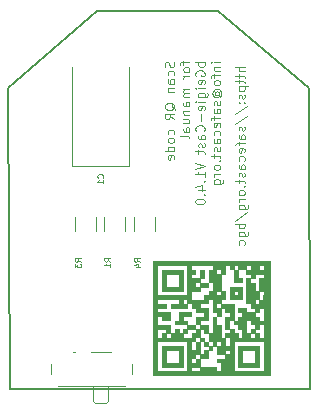
<source format=gbo>
%TF.GenerationSoftware,KiCad,Pcbnew,(5.1.0-1094-g655126d66)*%
%TF.CreationDate,2019-06-26T20:43:34+09:00*%
%TF.ProjectId,xbee,78626565-2e6b-4696-9361-645f70636258,rev?*%
%TF.SameCoordinates,Original*%
%TF.FileFunction,Legend,Bot*%
%TF.FilePolarity,Positive*%
%FSLAX46Y46*%
G04 Gerber Fmt 4.6, Leading zero omitted, Abs format (unit mm)*
G04 Created by KiCad (PCBNEW (5.1.0-1094-g655126d66)) date 2019-06-26 20:43:34*
%MOMM*%
%LPD*%
G04 APERTURE LIST*
%ADD10C,0.100000*%
%ADD11C,0.150000*%
%ADD12C,0.010000*%
%ADD13C,0.120000*%
%ADD14C,0.075000*%
G04 APERTURE END LIST*
D10*
X155761904Y-95005238D02*
X154961904Y-95005238D01*
X155761904Y-95348095D02*
X155342857Y-95348095D01*
X155266666Y-95310000D01*
X155228571Y-95233809D01*
X155228571Y-95119523D01*
X155266666Y-95043333D01*
X155304761Y-95005238D01*
X155228571Y-95614761D02*
X155228571Y-95919523D01*
X154961904Y-95729047D02*
X155647619Y-95729047D01*
X155723809Y-95767142D01*
X155761904Y-95843333D01*
X155761904Y-95919523D01*
X155228571Y-96071904D02*
X155228571Y-96376666D01*
X154961904Y-96186190D02*
X155647619Y-96186190D01*
X155723809Y-96224285D01*
X155761904Y-96300476D01*
X155761904Y-96376666D01*
X155228571Y-96643333D02*
X156028571Y-96643333D01*
X155266666Y-96643333D02*
X155228571Y-96719523D01*
X155228571Y-96871904D01*
X155266666Y-96948095D01*
X155304761Y-96986190D01*
X155380952Y-97024285D01*
X155609523Y-97024285D01*
X155685714Y-96986190D01*
X155723809Y-96948095D01*
X155761904Y-96871904D01*
X155761904Y-96719523D01*
X155723809Y-96643333D01*
X155723809Y-97329047D02*
X155761904Y-97405238D01*
X155761904Y-97557619D01*
X155723809Y-97633809D01*
X155647619Y-97671904D01*
X155609523Y-97671904D01*
X155533333Y-97633809D01*
X155495238Y-97557619D01*
X155495238Y-97443333D01*
X155457142Y-97367142D01*
X155380952Y-97329047D01*
X155342857Y-97329047D01*
X155266666Y-97367142D01*
X155228571Y-97443333D01*
X155228571Y-97557619D01*
X155266666Y-97633809D01*
X155685714Y-98014761D02*
X155723809Y-98052857D01*
X155761904Y-98014761D01*
X155723809Y-97976666D01*
X155685714Y-98014761D01*
X155761904Y-98014761D01*
X155266666Y-98014761D02*
X155304761Y-98052857D01*
X155342857Y-98014761D01*
X155304761Y-97976666D01*
X155266666Y-98014761D01*
X155342857Y-98014761D01*
X154923809Y-98967142D02*
X155952380Y-98281428D01*
X154923809Y-99805238D02*
X155952380Y-99119523D01*
X155723809Y-100033809D02*
X155761904Y-100110000D01*
X155761904Y-100262380D01*
X155723809Y-100338571D01*
X155647619Y-100376666D01*
X155609523Y-100376666D01*
X155533333Y-100338571D01*
X155495238Y-100262380D01*
X155495238Y-100148095D01*
X155457142Y-100071904D01*
X155380952Y-100033809D01*
X155342857Y-100033809D01*
X155266666Y-100071904D01*
X155228571Y-100148095D01*
X155228571Y-100262380D01*
X155266666Y-100338571D01*
X155761904Y-101062380D02*
X155342857Y-101062380D01*
X155266666Y-101024285D01*
X155228571Y-100948095D01*
X155228571Y-100795714D01*
X155266666Y-100719523D01*
X155723809Y-101062380D02*
X155761904Y-100986190D01*
X155761904Y-100795714D01*
X155723809Y-100719523D01*
X155647619Y-100681428D01*
X155571428Y-100681428D01*
X155495238Y-100719523D01*
X155457142Y-100795714D01*
X155457142Y-100986190D01*
X155419047Y-101062380D01*
X155228571Y-101329047D02*
X155228571Y-101633809D01*
X155761904Y-101443333D02*
X155076190Y-101443333D01*
X155000000Y-101481428D01*
X154961904Y-101557619D01*
X154961904Y-101633809D01*
X155723809Y-102205238D02*
X155761904Y-102129047D01*
X155761904Y-101976666D01*
X155723809Y-101900476D01*
X155647619Y-101862380D01*
X155342857Y-101862380D01*
X155266666Y-101900476D01*
X155228571Y-101976666D01*
X155228571Y-102129047D01*
X155266666Y-102205238D01*
X155342857Y-102243333D01*
X155419047Y-102243333D01*
X155495238Y-101862380D01*
X155723809Y-102929047D02*
X155761904Y-102852857D01*
X155761904Y-102700476D01*
X155723809Y-102624285D01*
X155685714Y-102586190D01*
X155609523Y-102548095D01*
X155380952Y-102548095D01*
X155304761Y-102586190D01*
X155266666Y-102624285D01*
X155228571Y-102700476D01*
X155228571Y-102852857D01*
X155266666Y-102929047D01*
X155761904Y-103614761D02*
X155342857Y-103614761D01*
X155266666Y-103576666D01*
X155228571Y-103500476D01*
X155228571Y-103348095D01*
X155266666Y-103271904D01*
X155723809Y-103614761D02*
X155761904Y-103538571D01*
X155761904Y-103348095D01*
X155723809Y-103271904D01*
X155647619Y-103233809D01*
X155571428Y-103233809D01*
X155495238Y-103271904D01*
X155457142Y-103348095D01*
X155457142Y-103538571D01*
X155419047Y-103614761D01*
X155723809Y-103957619D02*
X155761904Y-104033809D01*
X155761904Y-104186190D01*
X155723809Y-104262380D01*
X155647619Y-104300476D01*
X155609523Y-104300476D01*
X155533333Y-104262380D01*
X155495238Y-104186190D01*
X155495238Y-104071904D01*
X155457142Y-103995714D01*
X155380952Y-103957619D01*
X155342857Y-103957619D01*
X155266666Y-103995714D01*
X155228571Y-104071904D01*
X155228571Y-104186190D01*
X155266666Y-104262380D01*
X155228571Y-104529047D02*
X155228571Y-104833809D01*
X154961904Y-104643333D02*
X155647619Y-104643333D01*
X155723809Y-104681428D01*
X155761904Y-104757619D01*
X155761904Y-104833809D01*
X155685714Y-105100476D02*
X155723809Y-105138571D01*
X155761904Y-105100476D01*
X155723809Y-105062380D01*
X155685714Y-105100476D01*
X155761904Y-105100476D01*
X155761904Y-105595714D02*
X155723809Y-105519523D01*
X155685714Y-105481428D01*
X155609523Y-105443333D01*
X155380952Y-105443333D01*
X155304761Y-105481428D01*
X155266666Y-105519523D01*
X155228571Y-105595714D01*
X155228571Y-105710000D01*
X155266666Y-105786190D01*
X155304761Y-105824285D01*
X155380952Y-105862380D01*
X155609523Y-105862380D01*
X155685714Y-105824285D01*
X155723809Y-105786190D01*
X155761904Y-105710000D01*
X155761904Y-105595714D01*
X155761904Y-106205238D02*
X155228571Y-106205238D01*
X155380952Y-106205238D02*
X155304761Y-106243333D01*
X155266666Y-106281428D01*
X155228571Y-106357619D01*
X155228571Y-106433809D01*
X155228571Y-107043333D02*
X155876190Y-107043333D01*
X155952380Y-107005238D01*
X155990476Y-106967142D01*
X156028571Y-106890952D01*
X156028571Y-106776666D01*
X155990476Y-106700476D01*
X155723809Y-107043333D02*
X155761904Y-106967142D01*
X155761904Y-106814761D01*
X155723809Y-106738571D01*
X155685714Y-106700476D01*
X155609523Y-106662380D01*
X155380952Y-106662380D01*
X155304761Y-106700476D01*
X155266666Y-106738571D01*
X155228571Y-106814761D01*
X155228571Y-106967142D01*
X155266666Y-107043333D01*
X154923809Y-107995714D02*
X155952380Y-107310000D01*
X155761904Y-108262380D02*
X154961904Y-108262380D01*
X155266666Y-108262380D02*
X155228571Y-108338571D01*
X155228571Y-108490952D01*
X155266666Y-108567142D01*
X155304761Y-108605238D01*
X155380952Y-108643333D01*
X155609523Y-108643333D01*
X155685714Y-108605238D01*
X155723809Y-108567142D01*
X155761904Y-108490952D01*
X155761904Y-108338571D01*
X155723809Y-108262380D01*
X155228571Y-109329047D02*
X155876190Y-109329047D01*
X155952380Y-109290952D01*
X155990476Y-109252857D01*
X156028571Y-109176666D01*
X156028571Y-109062380D01*
X155990476Y-108986190D01*
X155723809Y-109329047D02*
X155761904Y-109252857D01*
X155761904Y-109100476D01*
X155723809Y-109024285D01*
X155685714Y-108986190D01*
X155609523Y-108948095D01*
X155380952Y-108948095D01*
X155304761Y-108986190D01*
X155266666Y-109024285D01*
X155228571Y-109100476D01*
X155228571Y-109252857D01*
X155266666Y-109329047D01*
X155723809Y-110052857D02*
X155761904Y-109976666D01*
X155761904Y-109824285D01*
X155723809Y-109748095D01*
X155685714Y-109710000D01*
X155609523Y-109671904D01*
X155380952Y-109671904D01*
X155304761Y-109710000D01*
X155266666Y-109748095D01*
X155228571Y-109824285D01*
X155228571Y-109976666D01*
X155266666Y-110052857D01*
X149733809Y-94567380D02*
X149771904Y-94681666D01*
X149771904Y-94872142D01*
X149733809Y-94948333D01*
X149695714Y-94986428D01*
X149619523Y-95024523D01*
X149543333Y-95024523D01*
X149467142Y-94986428D01*
X149429047Y-94948333D01*
X149390952Y-94872142D01*
X149352857Y-94719761D01*
X149314761Y-94643571D01*
X149276666Y-94605476D01*
X149200476Y-94567380D01*
X149124285Y-94567380D01*
X149048095Y-94605476D01*
X149010000Y-94643571D01*
X148971904Y-94719761D01*
X148971904Y-94910238D01*
X149010000Y-95024523D01*
X149733809Y-95710238D02*
X149771904Y-95634047D01*
X149771904Y-95481666D01*
X149733809Y-95405476D01*
X149695714Y-95367380D01*
X149619523Y-95329285D01*
X149390952Y-95329285D01*
X149314761Y-95367380D01*
X149276666Y-95405476D01*
X149238571Y-95481666D01*
X149238571Y-95634047D01*
X149276666Y-95710238D01*
X149771904Y-96395952D02*
X149352857Y-96395952D01*
X149276666Y-96357857D01*
X149238571Y-96281666D01*
X149238571Y-96129285D01*
X149276666Y-96053095D01*
X149733809Y-96395952D02*
X149771904Y-96319761D01*
X149771904Y-96129285D01*
X149733809Y-96053095D01*
X149657619Y-96015000D01*
X149581428Y-96015000D01*
X149505238Y-96053095D01*
X149467142Y-96129285D01*
X149467142Y-96319761D01*
X149429047Y-96395952D01*
X149238571Y-96776904D02*
X149771904Y-96776904D01*
X149314761Y-96776904D02*
X149276666Y-96815000D01*
X149238571Y-96891190D01*
X149238571Y-97005476D01*
X149276666Y-97081666D01*
X149352857Y-97119761D01*
X149771904Y-97119761D01*
X149848095Y-98643571D02*
X149810000Y-98567380D01*
X149733809Y-98491190D01*
X149619523Y-98376904D01*
X149581428Y-98300714D01*
X149581428Y-98224523D01*
X149771904Y-98262619D02*
X149733809Y-98186428D01*
X149657619Y-98110238D01*
X149505238Y-98072142D01*
X149238571Y-98072142D01*
X149086190Y-98110238D01*
X149010000Y-98186428D01*
X148971904Y-98262619D01*
X148971904Y-98415000D01*
X149010000Y-98491190D01*
X149086190Y-98567380D01*
X149238571Y-98605476D01*
X149505238Y-98605476D01*
X149657619Y-98567380D01*
X149733809Y-98491190D01*
X149771904Y-98415000D01*
X149771904Y-98262619D01*
X149771904Y-99405476D02*
X149390952Y-99138809D01*
X149771904Y-98948333D02*
X148971904Y-98948333D01*
X148971904Y-99253095D01*
X149010000Y-99329285D01*
X149048095Y-99367380D01*
X149124285Y-99405476D01*
X149238571Y-99405476D01*
X149314761Y-99367380D01*
X149352857Y-99329285D01*
X149390952Y-99253095D01*
X149390952Y-98948333D01*
X149733809Y-100700714D02*
X149771904Y-100624523D01*
X149771904Y-100472142D01*
X149733809Y-100395952D01*
X149695714Y-100357857D01*
X149619523Y-100319761D01*
X149390952Y-100319761D01*
X149314761Y-100357857D01*
X149276666Y-100395952D01*
X149238571Y-100472142D01*
X149238571Y-100624523D01*
X149276666Y-100700714D01*
X149771904Y-101157857D02*
X149733809Y-101081666D01*
X149695714Y-101043571D01*
X149619523Y-101005476D01*
X149390952Y-101005476D01*
X149314761Y-101043571D01*
X149276666Y-101081666D01*
X149238571Y-101157857D01*
X149238571Y-101272142D01*
X149276666Y-101348333D01*
X149314761Y-101386428D01*
X149390952Y-101424523D01*
X149619523Y-101424523D01*
X149695714Y-101386428D01*
X149733809Y-101348333D01*
X149771904Y-101272142D01*
X149771904Y-101157857D01*
X149771904Y-102110238D02*
X148971904Y-102110238D01*
X149733809Y-102110238D02*
X149771904Y-102034047D01*
X149771904Y-101881666D01*
X149733809Y-101805476D01*
X149695714Y-101767380D01*
X149619523Y-101729285D01*
X149390952Y-101729285D01*
X149314761Y-101767380D01*
X149276666Y-101805476D01*
X149238571Y-101881666D01*
X149238571Y-102034047D01*
X149276666Y-102110238D01*
X149733809Y-102795952D02*
X149771904Y-102719761D01*
X149771904Y-102567380D01*
X149733809Y-102491190D01*
X149657619Y-102453095D01*
X149352857Y-102453095D01*
X149276666Y-102491190D01*
X149238571Y-102567380D01*
X149238571Y-102719761D01*
X149276666Y-102795952D01*
X149352857Y-102834047D01*
X149429047Y-102834047D01*
X149505238Y-102453095D01*
X150538571Y-94491190D02*
X150538571Y-94795952D01*
X151071904Y-94605476D02*
X150386190Y-94605476D01*
X150310000Y-94643571D01*
X150271904Y-94719761D01*
X150271904Y-94795952D01*
X151071904Y-95176904D02*
X151033809Y-95100714D01*
X150995714Y-95062619D01*
X150919523Y-95024523D01*
X150690952Y-95024523D01*
X150614761Y-95062619D01*
X150576666Y-95100714D01*
X150538571Y-95176904D01*
X150538571Y-95291190D01*
X150576666Y-95367380D01*
X150614761Y-95405476D01*
X150690952Y-95443571D01*
X150919523Y-95443571D01*
X150995714Y-95405476D01*
X151033809Y-95367380D01*
X151071904Y-95291190D01*
X151071904Y-95176904D01*
X151071904Y-95786428D02*
X150538571Y-95786428D01*
X150690952Y-95786428D02*
X150614761Y-95824523D01*
X150576666Y-95862619D01*
X150538571Y-95938809D01*
X150538571Y-96015000D01*
X151071904Y-96891190D02*
X150538571Y-96891190D01*
X150614761Y-96891190D02*
X150576666Y-96929285D01*
X150538571Y-97005476D01*
X150538571Y-97119761D01*
X150576666Y-97195952D01*
X150652857Y-97234047D01*
X151071904Y-97234047D01*
X150652857Y-97234047D02*
X150576666Y-97272142D01*
X150538571Y-97348333D01*
X150538571Y-97462619D01*
X150576666Y-97538809D01*
X150652857Y-97576904D01*
X151071904Y-97576904D01*
X151071904Y-98300714D02*
X150652857Y-98300714D01*
X150576666Y-98262619D01*
X150538571Y-98186428D01*
X150538571Y-98034047D01*
X150576666Y-97957857D01*
X151033809Y-98300714D02*
X151071904Y-98224523D01*
X151071904Y-98034047D01*
X151033809Y-97957857D01*
X150957619Y-97919761D01*
X150881428Y-97919761D01*
X150805238Y-97957857D01*
X150767142Y-98034047D01*
X150767142Y-98224523D01*
X150729047Y-98300714D01*
X150538571Y-98681666D02*
X151071904Y-98681666D01*
X150614761Y-98681666D02*
X150576666Y-98719761D01*
X150538571Y-98795952D01*
X150538571Y-98910238D01*
X150576666Y-98986428D01*
X150652857Y-99024523D01*
X151071904Y-99024523D01*
X150538571Y-99748333D02*
X151071904Y-99748333D01*
X150538571Y-99405476D02*
X150957619Y-99405476D01*
X151033809Y-99443571D01*
X151071904Y-99519761D01*
X151071904Y-99634047D01*
X151033809Y-99710238D01*
X150995714Y-99748333D01*
X151071904Y-100472142D02*
X150652857Y-100472142D01*
X150576666Y-100434047D01*
X150538571Y-100357857D01*
X150538571Y-100205476D01*
X150576666Y-100129285D01*
X151033809Y-100472142D02*
X151071904Y-100395952D01*
X151071904Y-100205476D01*
X151033809Y-100129285D01*
X150957619Y-100091190D01*
X150881428Y-100091190D01*
X150805238Y-100129285D01*
X150767142Y-100205476D01*
X150767142Y-100395952D01*
X150729047Y-100472142D01*
X151071904Y-100967380D02*
X151033809Y-100891190D01*
X150957619Y-100853095D01*
X150271904Y-100853095D01*
X152371904Y-94605476D02*
X151571904Y-94605476D01*
X151876666Y-94605476D02*
X151838571Y-94681666D01*
X151838571Y-94834047D01*
X151876666Y-94910238D01*
X151914761Y-94948333D01*
X151990952Y-94986428D01*
X152219523Y-94986428D01*
X152295714Y-94948333D01*
X152333809Y-94910238D01*
X152371904Y-94834047D01*
X152371904Y-94681666D01*
X152333809Y-94605476D01*
X151610000Y-95748333D02*
X151571904Y-95672142D01*
X151571904Y-95557857D01*
X151610000Y-95443571D01*
X151686190Y-95367380D01*
X151762380Y-95329285D01*
X151914761Y-95291190D01*
X152029047Y-95291190D01*
X152181428Y-95329285D01*
X152257619Y-95367380D01*
X152333809Y-95443571D01*
X152371904Y-95557857D01*
X152371904Y-95634047D01*
X152333809Y-95748333D01*
X152295714Y-95786428D01*
X152029047Y-95786428D01*
X152029047Y-95634047D01*
X152333809Y-96434047D02*
X152371904Y-96357857D01*
X152371904Y-96205476D01*
X152333809Y-96129285D01*
X152257619Y-96091190D01*
X151952857Y-96091190D01*
X151876666Y-96129285D01*
X151838571Y-96205476D01*
X151838571Y-96357857D01*
X151876666Y-96434047D01*
X151952857Y-96472142D01*
X152029047Y-96472142D01*
X152105238Y-96091190D01*
X152371904Y-96815000D02*
X151838571Y-96815000D01*
X151571904Y-96815000D02*
X151610000Y-96776904D01*
X151648095Y-96815000D01*
X151610000Y-96853095D01*
X151571904Y-96815000D01*
X151648095Y-96815000D01*
X151838571Y-97538809D02*
X152486190Y-97538809D01*
X152562380Y-97500714D01*
X152600476Y-97462619D01*
X152638571Y-97386428D01*
X152638571Y-97272142D01*
X152600476Y-97195952D01*
X152333809Y-97538809D02*
X152371904Y-97462619D01*
X152371904Y-97310238D01*
X152333809Y-97234047D01*
X152295714Y-97195952D01*
X152219523Y-97157857D01*
X151990952Y-97157857D01*
X151914761Y-97195952D01*
X151876666Y-97234047D01*
X151838571Y-97310238D01*
X151838571Y-97462619D01*
X151876666Y-97538809D01*
X152371904Y-97919761D02*
X151838571Y-97919761D01*
X151571904Y-97919761D02*
X151610000Y-97881666D01*
X151648095Y-97919761D01*
X151610000Y-97957857D01*
X151571904Y-97919761D01*
X151648095Y-97919761D01*
X152333809Y-98605476D02*
X152371904Y-98529285D01*
X152371904Y-98376904D01*
X152333809Y-98300714D01*
X152257619Y-98262619D01*
X151952857Y-98262619D01*
X151876666Y-98300714D01*
X151838571Y-98376904D01*
X151838571Y-98529285D01*
X151876666Y-98605476D01*
X151952857Y-98643571D01*
X152029047Y-98643571D01*
X152105238Y-98262619D01*
X152067142Y-98986428D02*
X152067142Y-99595952D01*
X152295714Y-100434047D02*
X152333809Y-100395952D01*
X152371904Y-100281666D01*
X152371904Y-100205476D01*
X152333809Y-100091190D01*
X152257619Y-100015000D01*
X152181428Y-99976904D01*
X152029047Y-99938809D01*
X151914761Y-99938809D01*
X151762380Y-99976904D01*
X151686190Y-100015000D01*
X151610000Y-100091190D01*
X151571904Y-100205476D01*
X151571904Y-100281666D01*
X151610000Y-100395952D01*
X151648095Y-100434047D01*
X152371904Y-101119761D02*
X151952857Y-101119761D01*
X151876666Y-101081666D01*
X151838571Y-101005476D01*
X151838571Y-100853095D01*
X151876666Y-100776904D01*
X152333809Y-101119761D02*
X152371904Y-101043571D01*
X152371904Y-100853095D01*
X152333809Y-100776904D01*
X152257619Y-100738809D01*
X152181428Y-100738809D01*
X152105238Y-100776904D01*
X152067142Y-100853095D01*
X152067142Y-101043571D01*
X152029047Y-101119761D01*
X152333809Y-101462619D02*
X152371904Y-101538809D01*
X152371904Y-101691190D01*
X152333809Y-101767380D01*
X152257619Y-101805476D01*
X152219523Y-101805476D01*
X152143333Y-101767380D01*
X152105238Y-101691190D01*
X152105238Y-101576904D01*
X152067142Y-101500714D01*
X151990952Y-101462619D01*
X151952857Y-101462619D01*
X151876666Y-101500714D01*
X151838571Y-101576904D01*
X151838571Y-101691190D01*
X151876666Y-101767380D01*
X151838571Y-102034047D02*
X151838571Y-102338809D01*
X151571904Y-102148333D02*
X152257619Y-102148333D01*
X152333809Y-102186428D01*
X152371904Y-102262619D01*
X152371904Y-102338809D01*
X151571904Y-103100714D02*
X152371904Y-103367380D01*
X151571904Y-103634047D01*
X152371904Y-104319761D02*
X152371904Y-103862619D01*
X152371904Y-104091190D02*
X151571904Y-104091190D01*
X151686190Y-104015000D01*
X151762380Y-103938809D01*
X151800476Y-103862619D01*
X152295714Y-104662619D02*
X152333809Y-104700714D01*
X152371904Y-104662619D01*
X152333809Y-104624523D01*
X152295714Y-104662619D01*
X152371904Y-104662619D01*
X151838571Y-105386428D02*
X152371904Y-105386428D01*
X151533809Y-105195952D02*
X152105238Y-105005476D01*
X152105238Y-105500714D01*
X152295714Y-105805476D02*
X152333809Y-105843571D01*
X152371904Y-105805476D01*
X152333809Y-105767380D01*
X152295714Y-105805476D01*
X152371904Y-105805476D01*
X151571904Y-106338809D02*
X151571904Y-106415000D01*
X151610000Y-106491190D01*
X151648095Y-106529285D01*
X151724285Y-106567380D01*
X151876666Y-106605476D01*
X152067142Y-106605476D01*
X152219523Y-106567380D01*
X152295714Y-106529285D01*
X152333809Y-106491190D01*
X152371904Y-106415000D01*
X152371904Y-106338809D01*
X152333809Y-106262619D01*
X152295714Y-106224523D01*
X152219523Y-106186428D01*
X152067142Y-106148333D01*
X151876666Y-106148333D01*
X151724285Y-106186428D01*
X151648095Y-106224523D01*
X151610000Y-106262619D01*
X151571904Y-106338809D01*
X153671904Y-94605476D02*
X153138571Y-94605476D01*
X152871904Y-94605476D02*
X152910000Y-94567380D01*
X152948095Y-94605476D01*
X152910000Y-94643571D01*
X152871904Y-94605476D01*
X152948095Y-94605476D01*
X153138571Y-94986428D02*
X153671904Y-94986428D01*
X153214761Y-94986428D02*
X153176666Y-95024523D01*
X153138571Y-95100714D01*
X153138571Y-95215000D01*
X153176666Y-95291190D01*
X153252857Y-95329285D01*
X153671904Y-95329285D01*
X153138571Y-95595952D02*
X153138571Y-95900714D01*
X153671904Y-95710238D02*
X152986190Y-95710238D01*
X152910000Y-95748333D01*
X152871904Y-95824523D01*
X152871904Y-95900714D01*
X153671904Y-96281666D02*
X153633809Y-96205476D01*
X153595714Y-96167380D01*
X153519523Y-96129285D01*
X153290952Y-96129285D01*
X153214761Y-96167380D01*
X153176666Y-96205476D01*
X153138571Y-96281666D01*
X153138571Y-96395952D01*
X153176666Y-96472142D01*
X153214761Y-96510238D01*
X153290952Y-96548333D01*
X153519523Y-96548333D01*
X153595714Y-96510238D01*
X153633809Y-96472142D01*
X153671904Y-96395952D01*
X153671904Y-96281666D01*
X153290952Y-97386428D02*
X153252857Y-97348333D01*
X153214761Y-97272142D01*
X153214761Y-97195952D01*
X153252857Y-97119761D01*
X153290952Y-97081666D01*
X153367142Y-97043571D01*
X153443333Y-97043571D01*
X153519523Y-97081666D01*
X153557619Y-97119761D01*
X153595714Y-97195952D01*
X153595714Y-97272142D01*
X153557619Y-97348333D01*
X153519523Y-97386428D01*
X153214761Y-97386428D02*
X153519523Y-97386428D01*
X153557619Y-97424523D01*
X153557619Y-97462619D01*
X153519523Y-97538809D01*
X153443333Y-97576904D01*
X153252857Y-97576904D01*
X153138571Y-97500714D01*
X153062380Y-97386428D01*
X153024285Y-97234047D01*
X153062380Y-97081666D01*
X153138571Y-96967380D01*
X153252857Y-96891190D01*
X153405238Y-96853095D01*
X153557619Y-96891190D01*
X153671904Y-96967380D01*
X153748095Y-97081666D01*
X153786190Y-97234047D01*
X153748095Y-97386428D01*
X153671904Y-97500714D01*
X153633809Y-97881666D02*
X153671904Y-97957857D01*
X153671904Y-98110238D01*
X153633809Y-98186428D01*
X153557619Y-98224523D01*
X153519523Y-98224523D01*
X153443333Y-98186428D01*
X153405238Y-98110238D01*
X153405238Y-97995952D01*
X153367142Y-97919761D01*
X153290952Y-97881666D01*
X153252857Y-97881666D01*
X153176666Y-97919761D01*
X153138571Y-97995952D01*
X153138571Y-98110238D01*
X153176666Y-98186428D01*
X153671904Y-98910238D02*
X153252857Y-98910238D01*
X153176666Y-98872142D01*
X153138571Y-98795952D01*
X153138571Y-98643571D01*
X153176666Y-98567380D01*
X153633809Y-98910238D02*
X153671904Y-98834047D01*
X153671904Y-98643571D01*
X153633809Y-98567380D01*
X153557619Y-98529285D01*
X153481428Y-98529285D01*
X153405238Y-98567380D01*
X153367142Y-98643571D01*
X153367142Y-98834047D01*
X153329047Y-98910238D01*
X153138571Y-99176904D02*
X153138571Y-99481666D01*
X153671904Y-99291190D02*
X152986190Y-99291190D01*
X152910000Y-99329285D01*
X152871904Y-99405476D01*
X152871904Y-99481666D01*
X153633809Y-100053095D02*
X153671904Y-99976904D01*
X153671904Y-99824523D01*
X153633809Y-99748333D01*
X153557619Y-99710238D01*
X153252857Y-99710238D01*
X153176666Y-99748333D01*
X153138571Y-99824523D01*
X153138571Y-99976904D01*
X153176666Y-100053095D01*
X153252857Y-100091190D01*
X153329047Y-100091190D01*
X153405238Y-99710238D01*
X153633809Y-100776904D02*
X153671904Y-100700714D01*
X153671904Y-100548333D01*
X153633809Y-100472142D01*
X153595714Y-100434047D01*
X153519523Y-100395952D01*
X153290952Y-100395952D01*
X153214761Y-100434047D01*
X153176666Y-100472142D01*
X153138571Y-100548333D01*
X153138571Y-100700714D01*
X153176666Y-100776904D01*
X153671904Y-101462619D02*
X153252857Y-101462619D01*
X153176666Y-101424523D01*
X153138571Y-101348333D01*
X153138571Y-101195952D01*
X153176666Y-101119761D01*
X153633809Y-101462619D02*
X153671904Y-101386428D01*
X153671904Y-101195952D01*
X153633809Y-101119761D01*
X153557619Y-101081666D01*
X153481428Y-101081666D01*
X153405238Y-101119761D01*
X153367142Y-101195952D01*
X153367142Y-101386428D01*
X153329047Y-101462619D01*
X153633809Y-101805476D02*
X153671904Y-101881666D01*
X153671904Y-102034047D01*
X153633809Y-102110238D01*
X153557619Y-102148333D01*
X153519523Y-102148333D01*
X153443333Y-102110238D01*
X153405238Y-102034047D01*
X153405238Y-101919761D01*
X153367142Y-101843571D01*
X153290952Y-101805476D01*
X153252857Y-101805476D01*
X153176666Y-101843571D01*
X153138571Y-101919761D01*
X153138571Y-102034047D01*
X153176666Y-102110238D01*
X153138571Y-102376904D02*
X153138571Y-102681666D01*
X152871904Y-102491190D02*
X153557619Y-102491190D01*
X153633809Y-102529285D01*
X153671904Y-102605476D01*
X153671904Y-102681666D01*
X153595714Y-102948333D02*
X153633809Y-102986428D01*
X153671904Y-102948333D01*
X153633809Y-102910238D01*
X153595714Y-102948333D01*
X153671904Y-102948333D01*
X153671904Y-103443571D02*
X153633809Y-103367380D01*
X153595714Y-103329285D01*
X153519523Y-103291190D01*
X153290952Y-103291190D01*
X153214761Y-103329285D01*
X153176666Y-103367380D01*
X153138571Y-103443571D01*
X153138571Y-103557857D01*
X153176666Y-103634047D01*
X153214761Y-103672142D01*
X153290952Y-103710238D01*
X153519523Y-103710238D01*
X153595714Y-103672142D01*
X153633809Y-103634047D01*
X153671904Y-103557857D01*
X153671904Y-103443571D01*
X153671904Y-104053095D02*
X153138571Y-104053095D01*
X153290952Y-104053095D02*
X153214761Y-104091190D01*
X153176666Y-104129285D01*
X153138571Y-104205476D01*
X153138571Y-104281666D01*
X153138571Y-104891190D02*
X153786190Y-104891190D01*
X153862380Y-104853095D01*
X153900476Y-104815000D01*
X153938571Y-104738809D01*
X153938571Y-104624523D01*
X153900476Y-104548333D01*
X153633809Y-104891190D02*
X153671904Y-104815000D01*
X153671904Y-104662619D01*
X153633809Y-104586428D01*
X153595714Y-104548333D01*
X153519523Y-104510238D01*
X153290952Y-104510238D01*
X153214761Y-104548333D01*
X153176666Y-104586428D01*
X153138571Y-104662619D01*
X153138571Y-104815000D01*
X153176666Y-104891190D01*
D11*
X143250000Y-90250000D02*
X153500000Y-90250000D01*
X135750000Y-96750000D02*
X143250000Y-90250000D01*
X135750000Y-96750000D02*
X135850000Y-122250000D01*
X153500000Y-90250000D02*
X161201100Y-96750000D01*
X161201100Y-96750000D02*
X161250000Y-122250000D01*
X161250000Y-122250000D02*
X135850000Y-122250000D01*
D12*
G36*
X157928400Y-111398600D02*
G01*
X147971600Y-111398600D01*
X147971600Y-114319600D01*
X148352600Y-114319600D01*
X148352600Y-111779600D01*
X150892600Y-111779600D01*
X150892600Y-113938600D01*
X151222800Y-113938600D01*
X151934000Y-113938600D01*
X151934000Y-113608400D01*
X151578400Y-113608400D01*
X151578400Y-113227400D01*
X151934000Y-113227400D01*
X151934000Y-112897200D01*
X151222800Y-112897200D01*
X151222800Y-112490800D01*
X151578400Y-112490800D01*
X151578400Y-112186000D01*
X151222800Y-112186000D01*
X151222800Y-111779600D01*
X153051600Y-111779600D01*
X153051600Y-112186000D01*
X152696000Y-112186000D01*
X152696000Y-113227400D01*
X153051600Y-113227400D01*
X153051600Y-113964000D01*
X152696000Y-113964000D01*
X152696000Y-114319600D01*
X152342625Y-114319600D01*
X152335162Y-114503750D01*
X152327700Y-114687900D01*
X151775250Y-114694746D01*
X151222800Y-114701591D01*
X151222800Y-113938600D01*
X150892600Y-113938600D01*
X150892600Y-114319600D01*
X148352600Y-114319600D01*
X147971600Y-114319600D01*
X147971600Y-117901000D01*
X148352600Y-117901000D01*
X148352600Y-117139000D01*
X149114600Y-117139000D01*
X149114600Y-117494600D01*
X149419400Y-117494600D01*
X149419400Y-116834200D01*
X148352600Y-116834200D01*
X148352600Y-116072200D01*
X148759000Y-116072200D01*
X148759000Y-116427800D01*
X149419400Y-116427800D01*
X149419400Y-115767400D01*
X148352600Y-115767400D01*
X148352600Y-115361000D01*
X149063800Y-115361000D01*
X149063800Y-115056200D01*
X148352600Y-115056200D01*
X148352600Y-114649800D01*
X150181400Y-114649800D01*
X150181400Y-115056200D01*
X149470200Y-115056200D01*
X149470200Y-115361000D01*
X150867200Y-115361000D01*
X150867200Y-115056200D01*
X150511600Y-115056200D01*
X150511600Y-114649800D01*
X150892600Y-114649800D01*
X150892600Y-115005400D01*
X151273600Y-115005400D01*
X151273600Y-115361000D01*
X151629200Y-115361000D01*
X151629200Y-115716600D01*
X152340400Y-115716600D01*
X152340400Y-116123000D01*
X151629200Y-116123000D01*
X151629200Y-116783400D01*
X151934000Y-116783400D01*
X151934000Y-116427800D01*
X152645200Y-116427800D01*
X152645200Y-115411800D01*
X151934000Y-115411800D01*
X151934000Y-115005400D01*
X152645200Y-115005400D01*
X152645200Y-114649800D01*
X153051600Y-114649800D01*
X153051600Y-115716600D01*
X153407200Y-115716600D01*
X153407200Y-116072200D01*
X153712000Y-116072200D01*
X153712000Y-115411800D01*
X153356400Y-115411800D01*
X153356400Y-115005400D01*
X153712000Y-115005400D01*
X153712000Y-114649800D01*
X154067600Y-114649800D01*
X154067600Y-113964000D01*
X153762800Y-113964000D01*
X153762800Y-114319600D01*
X153356400Y-114319600D01*
X153356400Y-113938600D01*
X153712000Y-113938600D01*
X153712000Y-112541600D01*
X153356400Y-112541600D01*
X153356400Y-112135200D01*
X153762800Y-112135200D01*
X153762800Y-112490800D01*
X154067600Y-112490800D01*
X154067600Y-111779600D01*
X154474000Y-111779600D01*
X154474000Y-112135200D01*
X154804200Y-112135200D01*
X154804200Y-111779600D01*
X155185200Y-111779600D01*
X155185200Y-112135200D01*
X155871000Y-112135200D01*
X155871000Y-111779600D01*
X156277400Y-111779600D01*
X156277400Y-112186000D01*
X156937800Y-112186000D01*
X156937800Y-111779600D01*
X157344200Y-111779600D01*
X157344200Y-112186000D01*
X156937800Y-112186000D01*
X156277400Y-112186000D01*
X155896400Y-112186000D01*
X155896400Y-112488575D01*
X156080550Y-112496038D01*
X156264700Y-112503500D01*
X156272210Y-112674950D01*
X156279721Y-112846400D01*
X156582200Y-112846400D01*
X156582200Y-112490800D01*
X157344200Y-112490800D01*
X157344200Y-112897200D01*
X156988600Y-112897200D01*
X156988600Y-113938600D01*
X157345558Y-113938600D01*
X157331500Y-114687900D01*
X156988600Y-114702922D01*
X156988600Y-115056200D01*
X156582200Y-115056200D01*
X156582200Y-114649800D01*
X156937800Y-114649800D01*
X156937800Y-113964000D01*
X156582200Y-113964000D01*
X156582200Y-113252800D01*
X156226600Y-113252800D01*
X156226600Y-112897200D01*
X155896400Y-112897200D01*
X155896400Y-115005400D01*
X156277400Y-115005400D01*
X156277400Y-115361000D01*
X156633000Y-115361000D01*
X156633000Y-115716600D01*
X156937800Y-115716600D01*
X156937800Y-115361000D01*
X157344200Y-115361000D01*
X157344200Y-116478600D01*
X156937800Y-116478600D01*
X156937800Y-116123000D01*
X156582200Y-116123000D01*
X156582200Y-115767400D01*
X155871000Y-115767400D01*
X155871000Y-115411800D01*
X155185200Y-115411800D01*
X155185200Y-115716600D01*
X155540800Y-115716600D01*
X155540800Y-116123000D01*
X155185200Y-116123000D01*
X155185200Y-116478600D01*
X154829600Y-116478600D01*
X154829600Y-116783400D01*
X155185200Y-116783400D01*
X155185200Y-117139000D01*
X155540800Y-117139000D01*
X155540800Y-117545400D01*
X155871000Y-117545400D01*
X155871000Y-116427800D01*
X156277400Y-116427800D01*
X156277400Y-116783400D01*
X156633000Y-116783400D01*
X156633000Y-117139000D01*
X156937800Y-117139000D01*
X156937800Y-116783400D01*
X157344200Y-116783400D01*
X157344200Y-117901000D01*
X156937800Y-117901000D01*
X156937800Y-117545400D01*
X156633000Y-117545400D01*
X156633000Y-117901000D01*
X156226600Y-117901000D01*
X156226600Y-117545400D01*
X155871000Y-117545400D01*
X155540800Y-117545400D01*
X155540800Y-117901000D01*
X155159800Y-117901000D01*
X155159800Y-117545400D01*
X154804200Y-117545400D01*
X154804200Y-117189800D01*
X154474000Y-117189800D01*
X154474000Y-117545400D01*
X154118400Y-117545400D01*
X154118400Y-117850200D01*
X154474000Y-117850200D01*
X154474000Y-118612200D01*
X154067600Y-118612200D01*
X154067600Y-117901000D01*
X153712000Y-117901000D01*
X153712000Y-116834200D01*
X153356400Y-116834200D01*
X153356400Y-116123000D01*
X153051600Y-116123000D01*
X153051600Y-117545400D01*
X152696000Y-117545400D01*
X152696000Y-118231200D01*
X153051600Y-118231200D01*
X153051600Y-118586800D01*
X153356400Y-118586800D01*
X153356400Y-118231200D01*
X153762800Y-118231200D01*
X153762800Y-118612200D01*
X153407200Y-118612200D01*
X153407200Y-119298000D01*
X154067600Y-119298000D01*
X154067600Y-118942400D01*
X154474000Y-118942400D01*
X154474000Y-119323400D01*
X154118400Y-119323400D01*
X154118400Y-119704400D01*
X153407200Y-119704400D01*
X153407200Y-120009200D01*
X153762800Y-120009200D01*
X153762800Y-120771200D01*
X154804200Y-120771200D01*
X154804200Y-118231200D01*
X157344200Y-118231200D01*
X157344200Y-120771200D01*
X154804200Y-120771200D01*
X153762800Y-120771200D01*
X153356400Y-120771200D01*
X153356400Y-120415600D01*
X151984800Y-120415600D01*
X151984800Y-120771200D01*
X151222800Y-120771200D01*
X151222800Y-120364800D01*
X151934000Y-120364800D01*
X151934000Y-119704400D01*
X151629200Y-119704400D01*
X151629200Y-120060000D01*
X151222800Y-120060000D01*
X151222800Y-119653600D01*
X151578400Y-119653600D01*
X151578400Y-119298000D01*
X151934000Y-119298000D01*
X151934000Y-118256600D01*
X151629200Y-118256600D01*
X151629200Y-118967800D01*
X151222800Y-118967800D01*
X151222800Y-118231200D01*
X151578400Y-118231200D01*
X151578400Y-117850200D01*
X151934000Y-117850200D01*
X151934000Y-117189800D01*
X151629200Y-117189800D01*
X151629200Y-117545400D01*
X151273600Y-117545400D01*
X151273600Y-117901000D01*
X150511600Y-117901000D01*
X150511600Y-117545400D01*
X150156000Y-117545400D01*
X150156000Y-117189800D01*
X149825800Y-117189800D01*
X149825800Y-117545400D01*
X149470200Y-117545400D01*
X149470200Y-117901000D01*
X149063800Y-117901000D01*
X149063800Y-117545400D01*
X148759000Y-117545400D01*
X148759000Y-117901000D01*
X148352600Y-117901000D01*
X147971600Y-117901000D01*
X147971600Y-120771200D01*
X148352600Y-120771200D01*
X148352600Y-118231200D01*
X150892600Y-118231200D01*
X150892600Y-120771200D01*
X148352600Y-120771200D01*
X147971600Y-120771200D01*
X147971600Y-121101400D01*
X157928400Y-121101400D01*
X157928400Y-111398600D01*
G37*
X157928400Y-111398600D02*
X147971600Y-111398600D01*
X147971600Y-114319600D01*
X148352600Y-114319600D01*
X148352600Y-111779600D01*
X150892600Y-111779600D01*
X150892600Y-113938600D01*
X151222800Y-113938600D01*
X151934000Y-113938600D01*
X151934000Y-113608400D01*
X151578400Y-113608400D01*
X151578400Y-113227400D01*
X151934000Y-113227400D01*
X151934000Y-112897200D01*
X151222800Y-112897200D01*
X151222800Y-112490800D01*
X151578400Y-112490800D01*
X151578400Y-112186000D01*
X151222800Y-112186000D01*
X151222800Y-111779600D01*
X153051600Y-111779600D01*
X153051600Y-112186000D01*
X152696000Y-112186000D01*
X152696000Y-113227400D01*
X153051600Y-113227400D01*
X153051600Y-113964000D01*
X152696000Y-113964000D01*
X152696000Y-114319600D01*
X152342625Y-114319600D01*
X152335162Y-114503750D01*
X152327700Y-114687900D01*
X151775250Y-114694746D01*
X151222800Y-114701591D01*
X151222800Y-113938600D01*
X150892600Y-113938600D01*
X150892600Y-114319600D01*
X148352600Y-114319600D01*
X147971600Y-114319600D01*
X147971600Y-117901000D01*
X148352600Y-117901000D01*
X148352600Y-117139000D01*
X149114600Y-117139000D01*
X149114600Y-117494600D01*
X149419400Y-117494600D01*
X149419400Y-116834200D01*
X148352600Y-116834200D01*
X148352600Y-116072200D01*
X148759000Y-116072200D01*
X148759000Y-116427800D01*
X149419400Y-116427800D01*
X149419400Y-115767400D01*
X148352600Y-115767400D01*
X148352600Y-115361000D01*
X149063800Y-115361000D01*
X149063800Y-115056200D01*
X148352600Y-115056200D01*
X148352600Y-114649800D01*
X150181400Y-114649800D01*
X150181400Y-115056200D01*
X149470200Y-115056200D01*
X149470200Y-115361000D01*
X150867200Y-115361000D01*
X150867200Y-115056200D01*
X150511600Y-115056200D01*
X150511600Y-114649800D01*
X150892600Y-114649800D01*
X150892600Y-115005400D01*
X151273600Y-115005400D01*
X151273600Y-115361000D01*
X151629200Y-115361000D01*
X151629200Y-115716600D01*
X152340400Y-115716600D01*
X152340400Y-116123000D01*
X151629200Y-116123000D01*
X151629200Y-116783400D01*
X151934000Y-116783400D01*
X151934000Y-116427800D01*
X152645200Y-116427800D01*
X152645200Y-115411800D01*
X151934000Y-115411800D01*
X151934000Y-115005400D01*
X152645200Y-115005400D01*
X152645200Y-114649800D01*
X153051600Y-114649800D01*
X153051600Y-115716600D01*
X153407200Y-115716600D01*
X153407200Y-116072200D01*
X153712000Y-116072200D01*
X153712000Y-115411800D01*
X153356400Y-115411800D01*
X153356400Y-115005400D01*
X153712000Y-115005400D01*
X153712000Y-114649800D01*
X154067600Y-114649800D01*
X154067600Y-113964000D01*
X153762800Y-113964000D01*
X153762800Y-114319600D01*
X153356400Y-114319600D01*
X153356400Y-113938600D01*
X153712000Y-113938600D01*
X153712000Y-112541600D01*
X153356400Y-112541600D01*
X153356400Y-112135200D01*
X153762800Y-112135200D01*
X153762800Y-112490800D01*
X154067600Y-112490800D01*
X154067600Y-111779600D01*
X154474000Y-111779600D01*
X154474000Y-112135200D01*
X154804200Y-112135200D01*
X154804200Y-111779600D01*
X155185200Y-111779600D01*
X155185200Y-112135200D01*
X155871000Y-112135200D01*
X155871000Y-111779600D01*
X156277400Y-111779600D01*
X156277400Y-112186000D01*
X156937800Y-112186000D01*
X156937800Y-111779600D01*
X157344200Y-111779600D01*
X157344200Y-112186000D01*
X156937800Y-112186000D01*
X156277400Y-112186000D01*
X155896400Y-112186000D01*
X155896400Y-112488575D01*
X156080550Y-112496038D01*
X156264700Y-112503500D01*
X156272210Y-112674950D01*
X156279721Y-112846400D01*
X156582200Y-112846400D01*
X156582200Y-112490800D01*
X157344200Y-112490800D01*
X157344200Y-112897200D01*
X156988600Y-112897200D01*
X156988600Y-113938600D01*
X157345558Y-113938600D01*
X157331500Y-114687900D01*
X156988600Y-114702922D01*
X156988600Y-115056200D01*
X156582200Y-115056200D01*
X156582200Y-114649800D01*
X156937800Y-114649800D01*
X156937800Y-113964000D01*
X156582200Y-113964000D01*
X156582200Y-113252800D01*
X156226600Y-113252800D01*
X156226600Y-112897200D01*
X155896400Y-112897200D01*
X155896400Y-115005400D01*
X156277400Y-115005400D01*
X156277400Y-115361000D01*
X156633000Y-115361000D01*
X156633000Y-115716600D01*
X156937800Y-115716600D01*
X156937800Y-115361000D01*
X157344200Y-115361000D01*
X157344200Y-116478600D01*
X156937800Y-116478600D01*
X156937800Y-116123000D01*
X156582200Y-116123000D01*
X156582200Y-115767400D01*
X155871000Y-115767400D01*
X155871000Y-115411800D01*
X155185200Y-115411800D01*
X155185200Y-115716600D01*
X155540800Y-115716600D01*
X155540800Y-116123000D01*
X155185200Y-116123000D01*
X155185200Y-116478600D01*
X154829600Y-116478600D01*
X154829600Y-116783400D01*
X155185200Y-116783400D01*
X155185200Y-117139000D01*
X155540800Y-117139000D01*
X155540800Y-117545400D01*
X155871000Y-117545400D01*
X155871000Y-116427800D01*
X156277400Y-116427800D01*
X156277400Y-116783400D01*
X156633000Y-116783400D01*
X156633000Y-117139000D01*
X156937800Y-117139000D01*
X156937800Y-116783400D01*
X157344200Y-116783400D01*
X157344200Y-117901000D01*
X156937800Y-117901000D01*
X156937800Y-117545400D01*
X156633000Y-117545400D01*
X156633000Y-117901000D01*
X156226600Y-117901000D01*
X156226600Y-117545400D01*
X155871000Y-117545400D01*
X155540800Y-117545400D01*
X155540800Y-117901000D01*
X155159800Y-117901000D01*
X155159800Y-117545400D01*
X154804200Y-117545400D01*
X154804200Y-117189800D01*
X154474000Y-117189800D01*
X154474000Y-117545400D01*
X154118400Y-117545400D01*
X154118400Y-117850200D01*
X154474000Y-117850200D01*
X154474000Y-118612200D01*
X154067600Y-118612200D01*
X154067600Y-117901000D01*
X153712000Y-117901000D01*
X153712000Y-116834200D01*
X153356400Y-116834200D01*
X153356400Y-116123000D01*
X153051600Y-116123000D01*
X153051600Y-117545400D01*
X152696000Y-117545400D01*
X152696000Y-118231200D01*
X153051600Y-118231200D01*
X153051600Y-118586800D01*
X153356400Y-118586800D01*
X153356400Y-118231200D01*
X153762800Y-118231200D01*
X153762800Y-118612200D01*
X153407200Y-118612200D01*
X153407200Y-119298000D01*
X154067600Y-119298000D01*
X154067600Y-118942400D01*
X154474000Y-118942400D01*
X154474000Y-119323400D01*
X154118400Y-119323400D01*
X154118400Y-119704400D01*
X153407200Y-119704400D01*
X153407200Y-120009200D01*
X153762800Y-120009200D01*
X153762800Y-120771200D01*
X154804200Y-120771200D01*
X154804200Y-118231200D01*
X157344200Y-118231200D01*
X157344200Y-120771200D01*
X154804200Y-120771200D01*
X153762800Y-120771200D01*
X153356400Y-120771200D01*
X153356400Y-120415600D01*
X151984800Y-120415600D01*
X151984800Y-120771200D01*
X151222800Y-120771200D01*
X151222800Y-120364800D01*
X151934000Y-120364800D01*
X151934000Y-119704400D01*
X151629200Y-119704400D01*
X151629200Y-120060000D01*
X151222800Y-120060000D01*
X151222800Y-119653600D01*
X151578400Y-119653600D01*
X151578400Y-119298000D01*
X151934000Y-119298000D01*
X151934000Y-118256600D01*
X151629200Y-118256600D01*
X151629200Y-118967800D01*
X151222800Y-118967800D01*
X151222800Y-118231200D01*
X151578400Y-118231200D01*
X151578400Y-117850200D01*
X151934000Y-117850200D01*
X151934000Y-117189800D01*
X151629200Y-117189800D01*
X151629200Y-117545400D01*
X151273600Y-117545400D01*
X151273600Y-117901000D01*
X150511600Y-117901000D01*
X150511600Y-117545400D01*
X150156000Y-117545400D01*
X150156000Y-117189800D01*
X149825800Y-117189800D01*
X149825800Y-117545400D01*
X149470200Y-117545400D01*
X149470200Y-117901000D01*
X149063800Y-117901000D01*
X149063800Y-117545400D01*
X148759000Y-117545400D01*
X148759000Y-117901000D01*
X148352600Y-117901000D01*
X147971600Y-117901000D01*
X147971600Y-120771200D01*
X148352600Y-120771200D01*
X148352600Y-118231200D01*
X150892600Y-118231200D01*
X150892600Y-120771200D01*
X148352600Y-120771200D01*
X147971600Y-120771200D01*
X147971600Y-121101400D01*
X157928400Y-121101400D01*
X157928400Y-111398600D01*
G36*
X150511600Y-112186000D02*
G01*
X148759000Y-112186000D01*
X148759000Y-113608400D01*
X149063800Y-113608400D01*
X149063800Y-112490800D01*
X150181400Y-112490800D01*
X150181400Y-113608400D01*
X149063800Y-113608400D01*
X148759000Y-113608400D01*
X148759000Y-113938600D01*
X150511600Y-113938600D01*
X150511600Y-112186000D01*
G37*
X150511600Y-112186000D02*
X148759000Y-112186000D01*
X148759000Y-113608400D01*
X149063800Y-113608400D01*
X149063800Y-112490800D01*
X150181400Y-112490800D01*
X150181400Y-113608400D01*
X149063800Y-113608400D01*
X148759000Y-113608400D01*
X148759000Y-113938600D01*
X150511600Y-113938600D01*
X150511600Y-112186000D01*
G36*
X152289600Y-112186000D02*
G01*
X151984800Y-112186000D01*
X151984800Y-112846400D01*
X152289600Y-112846400D01*
X152289600Y-112186000D01*
G37*
X152289600Y-112186000D02*
X151984800Y-112186000D01*
X151984800Y-112846400D01*
X152289600Y-112846400D01*
X152289600Y-112186000D01*
G36*
X152645200Y-113252800D02*
G01*
X151984800Y-113252800D01*
X151984800Y-113583000D01*
X152645200Y-113583000D01*
X152645200Y-113252800D01*
G37*
X152645200Y-113252800D02*
X151984800Y-113252800D01*
X151984800Y-113583000D01*
X152645200Y-113583000D01*
X152645200Y-113252800D01*
G36*
X155515400Y-112897200D02*
G01*
X155159800Y-112897200D01*
X155159800Y-112186000D01*
X154829600Y-112186000D01*
X154829600Y-113227400D01*
X155515400Y-113227400D01*
X155515400Y-112897200D01*
G37*
X155515400Y-112897200D02*
X155159800Y-112897200D01*
X155159800Y-112186000D01*
X154829600Y-112186000D01*
X154829600Y-113227400D01*
X155515400Y-113227400D01*
X155515400Y-112897200D01*
G36*
X155515400Y-113608400D02*
G01*
X154474000Y-113608400D01*
X154474000Y-114319600D01*
X154804200Y-114319600D01*
X154804200Y-113938600D01*
X155185200Y-113938600D01*
X155185200Y-114319600D01*
X154804200Y-114319600D01*
X154474000Y-114319600D01*
X154474000Y-114649800D01*
X155515400Y-114649800D01*
X155515400Y-113608400D01*
G37*
X155515400Y-113608400D02*
X154474000Y-113608400D01*
X154474000Y-114319600D01*
X154804200Y-114319600D01*
X154804200Y-113938600D01*
X155185200Y-113938600D01*
X155185200Y-114319600D01*
X154804200Y-114319600D01*
X154474000Y-114319600D01*
X154474000Y-114649800D01*
X155515400Y-114649800D01*
X155515400Y-113608400D01*
G36*
X154435900Y-116440500D02*
G01*
X154620050Y-116433038D01*
X154804200Y-116425575D01*
X154804200Y-115056200D01*
X153762800Y-115056200D01*
X153762800Y-115361000D01*
X154118400Y-115361000D01*
X154118400Y-115716600D01*
X154474000Y-115716600D01*
X154474000Y-116123000D01*
X154118400Y-116123000D01*
X154118400Y-117139000D01*
X154421766Y-117139000D01*
X154435900Y-116440500D01*
G37*
X154435900Y-116440500D02*
X154620050Y-116433038D01*
X154804200Y-116425575D01*
X154804200Y-115056200D01*
X153762800Y-115056200D01*
X153762800Y-115361000D01*
X154118400Y-115361000D01*
X154118400Y-115716600D01*
X154474000Y-115716600D01*
X154474000Y-116123000D01*
X154118400Y-116123000D01*
X154118400Y-117139000D01*
X154421766Y-117139000D01*
X154435900Y-116440500D01*
G36*
X150867200Y-116478600D02*
G01*
X150511600Y-116478600D01*
X150511600Y-116072200D01*
X151222800Y-116072200D01*
X151222800Y-115767400D01*
X150181400Y-115767400D01*
X150181400Y-116478600D01*
X149825800Y-116478600D01*
X149825800Y-116783400D01*
X150867200Y-116783400D01*
X150867200Y-116478600D01*
G37*
X150867200Y-116478600D02*
X150511600Y-116478600D01*
X150511600Y-116072200D01*
X151222800Y-116072200D01*
X151222800Y-115767400D01*
X150181400Y-115767400D01*
X150181400Y-116478600D01*
X149825800Y-116478600D01*
X149825800Y-116783400D01*
X150867200Y-116783400D01*
X150867200Y-116478600D01*
G36*
X151578400Y-116834200D02*
G01*
X150892600Y-116834200D01*
X150892600Y-117139000D01*
X151578400Y-117139000D01*
X151578400Y-116834200D01*
G37*
X151578400Y-116834200D02*
X150892600Y-116834200D01*
X150892600Y-117139000D01*
X151578400Y-117139000D01*
X151578400Y-116834200D01*
G36*
X152645200Y-116834200D02*
G01*
X151984800Y-116834200D01*
X151984800Y-117139000D01*
X152340400Y-117139000D01*
X152340400Y-117494600D01*
X152645200Y-117494600D01*
X152645200Y-116834200D01*
G37*
X152645200Y-116834200D02*
X151984800Y-116834200D01*
X151984800Y-117139000D01*
X152340400Y-117139000D01*
X152340400Y-117494600D01*
X152645200Y-117494600D01*
X152645200Y-116834200D01*
G36*
X150867200Y-117189800D02*
G01*
X150537000Y-117189800D01*
X150537000Y-117494600D01*
X150867200Y-117494600D01*
X150867200Y-117189800D01*
G37*
X150867200Y-117189800D02*
X150537000Y-117189800D01*
X150537000Y-117494600D01*
X150867200Y-117494600D01*
X150867200Y-117189800D01*
G36*
X152289600Y-117901000D02*
G01*
X151984800Y-117901000D01*
X151984800Y-118231200D01*
X152289600Y-118231200D01*
X152289600Y-117901000D01*
G37*
X152289600Y-117901000D02*
X151984800Y-117901000D01*
X151984800Y-118231200D01*
X152289600Y-118231200D01*
X152289600Y-117901000D01*
G36*
X152645200Y-118256600D02*
G01*
X152340400Y-118256600D01*
X152340400Y-118586800D01*
X152645200Y-118586800D01*
X152645200Y-118256600D01*
G37*
X152645200Y-118256600D02*
X152340400Y-118256600D01*
X152340400Y-118586800D01*
X152645200Y-118586800D01*
X152645200Y-118256600D01*
G36*
X153000800Y-118612200D02*
G01*
X152696000Y-118612200D01*
X152696000Y-118942400D01*
X153000800Y-118942400D01*
X153000800Y-118612200D01*
G37*
X153000800Y-118612200D02*
X152696000Y-118612200D01*
X152696000Y-118942400D01*
X153000800Y-118942400D01*
X153000800Y-118612200D01*
G36*
X152645200Y-118967800D02*
G01*
X152340400Y-118967800D01*
X152340400Y-119323400D01*
X151984800Y-119323400D01*
X151984800Y-119653600D01*
X152645200Y-119653600D01*
X152645200Y-118967800D01*
G37*
X152645200Y-118967800D02*
X152340400Y-118967800D01*
X152340400Y-119323400D01*
X151984800Y-119323400D01*
X151984800Y-119653600D01*
X152645200Y-119653600D01*
X152645200Y-118967800D01*
G36*
X156582200Y-117189800D02*
G01*
X156277400Y-117189800D01*
X156277400Y-117494600D01*
X156582200Y-117494600D01*
X156582200Y-117189800D01*
G37*
X156582200Y-117189800D02*
X156277400Y-117189800D01*
X156277400Y-117494600D01*
X156582200Y-117494600D01*
X156582200Y-117189800D01*
G36*
X150511600Y-118612200D02*
G01*
X148759000Y-118612200D01*
X148759000Y-120060000D01*
X149063800Y-120060000D01*
X149063800Y-118942400D01*
X150181400Y-118942400D01*
X150181400Y-120060000D01*
X149063800Y-120060000D01*
X148759000Y-120060000D01*
X148759000Y-120364800D01*
X150511600Y-120364800D01*
X150511600Y-118612200D01*
G37*
X150511600Y-118612200D02*
X148759000Y-118612200D01*
X148759000Y-120060000D01*
X149063800Y-120060000D01*
X149063800Y-118942400D01*
X150181400Y-118942400D01*
X150181400Y-120060000D01*
X149063800Y-120060000D01*
X148759000Y-120060000D01*
X148759000Y-120364800D01*
X150511600Y-120364800D01*
X150511600Y-118612200D01*
G36*
X156937800Y-118612200D02*
G01*
X155185200Y-118612200D01*
X155185200Y-120060000D01*
X155515400Y-120060000D01*
X155515400Y-118942400D01*
X156633000Y-118942400D01*
X156633000Y-120060000D01*
X155515400Y-120060000D01*
X155185200Y-120060000D01*
X155185200Y-120364800D01*
X156937800Y-120364800D01*
X156937800Y-118612200D01*
G37*
X156937800Y-118612200D02*
X155185200Y-118612200D01*
X155185200Y-120060000D01*
X155515400Y-120060000D01*
X155515400Y-118942400D01*
X156633000Y-118942400D01*
X156633000Y-120060000D01*
X155515400Y-120060000D01*
X155185200Y-120060000D01*
X155185200Y-120364800D01*
X156937800Y-120364800D01*
X156937800Y-118612200D01*
D13*
X145950000Y-103375000D02*
X145950000Y-94975000D01*
X141150000Y-103375000D02*
X141150000Y-94975000D01*
X145950000Y-103375000D02*
X141150000Y-103375000D01*
X148130000Y-108900000D02*
X148130000Y-107700000D01*
X146370000Y-107700000D02*
X146370000Y-108900000D01*
X141370000Y-107700000D02*
X141370000Y-108900000D01*
X143130000Y-108900000D02*
X143130000Y-107700000D01*
X145630000Y-108900000D02*
X145630000Y-107700000D01*
X143870000Y-107700000D02*
X143870000Y-108900000D01*
X141400000Y-119130000D02*
X141200000Y-119130000D01*
X144200000Y-123270000D02*
X144000000Y-123480000D01*
X142900000Y-123270000D02*
X143100000Y-123480000D01*
X144200000Y-121980000D02*
X144200000Y-123270000D01*
X144000000Y-123480000D02*
X143100000Y-123480000D01*
X142900000Y-123270000D02*
X142900000Y-121980000D01*
X145650000Y-121980000D02*
X139950000Y-121980000D01*
X144400000Y-119130000D02*
X142700000Y-119130000D01*
X146250000Y-120180000D02*
X146250000Y-120970000D01*
X139350000Y-120970000D02*
X139350000Y-120180000D01*
D14*
X143728571Y-104366666D02*
X143752380Y-104342857D01*
X143776190Y-104271428D01*
X143776190Y-104223809D01*
X143752380Y-104152380D01*
X143704761Y-104104761D01*
X143657142Y-104080952D01*
X143561904Y-104057142D01*
X143490476Y-104057142D01*
X143395238Y-104080952D01*
X143347619Y-104104761D01*
X143300000Y-104152380D01*
X143276190Y-104223809D01*
X143276190Y-104271428D01*
X143300000Y-104342857D01*
X143323809Y-104366666D01*
X143776190Y-104842857D02*
X143776190Y-104557142D01*
X143776190Y-104700000D02*
X143276190Y-104700000D01*
X143347619Y-104652380D01*
X143395238Y-104604761D01*
X143419047Y-104557142D01*
X146876190Y-111466666D02*
X146638095Y-111300000D01*
X146876190Y-111180952D02*
X146376190Y-111180952D01*
X146376190Y-111371428D01*
X146400000Y-111419047D01*
X146423809Y-111442857D01*
X146471428Y-111466666D01*
X146542857Y-111466666D01*
X146590476Y-111442857D01*
X146614285Y-111419047D01*
X146638095Y-111371428D01*
X146638095Y-111180952D01*
X146542857Y-111895238D02*
X146876190Y-111895238D01*
X146352380Y-111776190D02*
X146709523Y-111657142D01*
X146709523Y-111966666D01*
X141876190Y-111466666D02*
X141638095Y-111300000D01*
X141876190Y-111180952D02*
X141376190Y-111180952D01*
X141376190Y-111371428D01*
X141400000Y-111419047D01*
X141423809Y-111442857D01*
X141471428Y-111466666D01*
X141542857Y-111466666D01*
X141590476Y-111442857D01*
X141614285Y-111419047D01*
X141638095Y-111371428D01*
X141638095Y-111180952D01*
X141376190Y-111633333D02*
X141376190Y-111942857D01*
X141566666Y-111776190D01*
X141566666Y-111847619D01*
X141590476Y-111895238D01*
X141614285Y-111919047D01*
X141661904Y-111942857D01*
X141780952Y-111942857D01*
X141828571Y-111919047D01*
X141852380Y-111895238D01*
X141876190Y-111847619D01*
X141876190Y-111704761D01*
X141852380Y-111657142D01*
X141828571Y-111633333D01*
X144376190Y-111466666D02*
X144138095Y-111300000D01*
X144376190Y-111180952D02*
X143876190Y-111180952D01*
X143876190Y-111371428D01*
X143900000Y-111419047D01*
X143923809Y-111442857D01*
X143971428Y-111466666D01*
X144042857Y-111466666D01*
X144090476Y-111442857D01*
X144114285Y-111419047D01*
X144138095Y-111371428D01*
X144138095Y-111180952D01*
X144376190Y-111942857D02*
X144376190Y-111657142D01*
X144376190Y-111800000D02*
X143876190Y-111800000D01*
X143947619Y-111752380D01*
X143995238Y-111704761D01*
X144019047Y-111657142D01*
M02*

</source>
